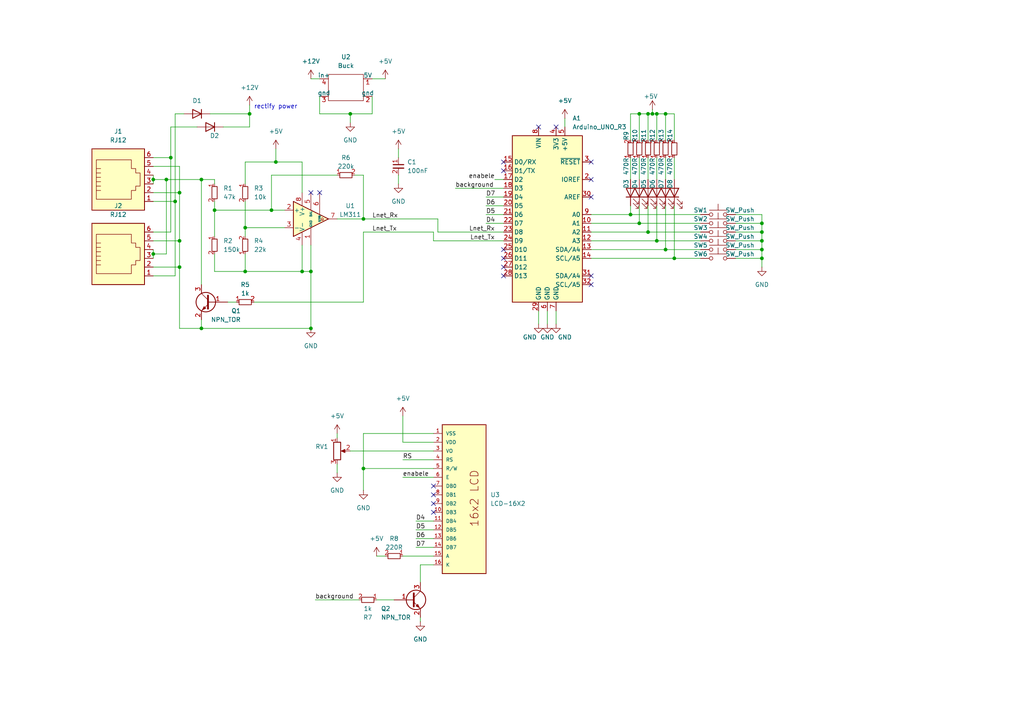
<source format=kicad_sch>
(kicad_sch (version 20231120) (generator "eeschema") (generator_version "8.0")
  (paper "A4")
  (lib_symbols
    (symbol "+5V_1" (power) (pin_numbers hide) (pin_names (offset 0) hide)
      (property "Value" "+5V" (at 0 3.556 0))
      (symbol "+5V_1_0_1"
        (polyline (pts (xy -0.762 1.27) (xy 0 2.54)))
        (polyline (pts (xy 0 0) (xy 0 2.54)))
        (polyline (pts (xy 0 2.54) (xy 0.762 1.27)))
      )
      (symbol "+5V_1_1_1"
        (pin power_in line (at 0 0 90) (length 0) (name "~") (number "1"))
      )
    )
    (symbol "+5V_2" (power) (pin_numbers hide) (pin_names (offset 0) hide)
      (property "Value" "+5V" (at 0 3.556 0))
      (symbol "+5V_2_0_1"
        (polyline (pts (xy -0.762 1.27) (xy 0 2.54)))
        (polyline (pts (xy 0 0) (xy 0 2.54)))
        (polyline (pts (xy 0 2.54) (xy 0.762 1.27)))
      )
      (symbol "+5V_2_1_1"
        (pin power_in line (at 0 0 90) (length 0) (name "~") (number "1"))
      )
    )
    (symbol "Comparator:LM311" (pin_names (offset 0.127))
      (property "Reference" "U" (at 3.81 6.35 0))
      (property "Value" "LM311" (at 3.81 3.81 0))
      (symbol "LM311_0_1"
        (polyline (pts (xy 5.08 0) (xy -5.08 5.08) (xy -5.08 -5.08) (xy 5.08 0)) (stroke (width 0.254)) (fill (type background)))
        (polyline (pts (xy 3.683 -0.381) (xy 3.302 -0.381) (xy 3.683 0) (xy 3.302 0.381) (xy 2.921 0) (xy 3.302 -0.381) (xy 2.921 -0.381)) (stroke (width 0.127)))
      )
      (symbol "LM311_1_1"
        (pin passive line (at 0 -7.62 90) (length 5.08) (name "GND") (number "1"))
        (pin input line (at -7.62 2.54 0) (length 2.54) (name "+") (number "2"))
        (pin input line (at -7.62 -2.54 0) (length 2.54) (name "-") (number "3"))
        (pin power_in line (at -2.54 -7.62 90) (length 3.81) (name "V-") (number "4"))
        (pin input line (at 0 7.62 270) (length 5.08) (name "BAL") (number "5"))
        (pin input line (at 2.54 7.62 270) (length 6.35) (name "STRB") (number "6"))
        (pin open_collector line (at 7.62 0 180) (length 2.54) (name "~") (number "7"))
        (pin power_in line (at -2.54 7.62 270) (length 3.81) (name "V+") (number "8"))
      )
    )
    (symbol "Device:LED" (pin_numbers hide) (pin_names (offset 1.016) hide)
      (property "Reference" "D" (at 0 2.54 0))
      (property "Value" "LED" (at 0 -2.54 0))
      (symbol "LED_0_1"
        (polyline (pts (xy -1.27 -1.27) (xy -1.27 1.27)) (stroke (width 0.254)))
        (polyline (pts (xy -1.27 0) (xy 1.27 0)))
        (polyline (pts (xy 1.27 -1.27) (xy 1.27 1.27) (xy -1.27 0) (xy 1.27 -1.27)) (stroke (width 0.254)))
        (polyline (pts (xy -3.048 -0.762) (xy -4.572 -2.286) (xy -3.81 -2.286) (xy -4.572 -2.286) (xy -4.572 -1.524)))
        (polyline (pts (xy -1.778 -0.762) (xy -3.302 -2.286) (xy -2.54 -2.286) (xy -3.302 -2.286) (xy -3.302 -1.524)))
      )
      (symbol "LED_1_1"
        (pin passive line (at -3.81 0 0) (length 2.54) (name "K") (number "1"))
        (pin passive line (at 3.81 0 180) (length 2.54) (name "A") (number "2"))
      )
    )
    (symbol "Device:R_Potentiometer" (pin_names (offset 1.016) hide)
      (property "Reference" "RV" (at -4.445 0 90))
      (property "Value" "R_Potentiometer" (at -2.54 0 90))
      (symbol "R_Potentiometer_0_1"
        (polyline (pts (xy 2.54 0) (xy 1.524 0)))
        (polyline (pts (xy 1.143 0) (xy 2.286 0.508) (xy 2.286 -0.508) (xy 1.143 0)) (fill (type outline)))
        (rectangle (start 1.016 2.54) (end -1.016 -2.54) (stroke (width 0.254)))
      )
      (symbol "R_Potentiometer_1_1"
        (pin passive line (at 0 3.81 270) (length 1.27) (name "1") (number "1"))
        (pin passive line (at 3.81 0 180) (length 1.27) (name "2") (number "2"))
        (pin passive line (at 0 -3.81 90) (length 1.27) (name "3") (number "3"))
      )
    )
    (symbol "Diode:SM4007" (pin_numbers hide) (pin_names hide)
      (property "Reference" "D" (at 0 2.54 0))
      (property "Value" "SM4007" (at 0 -2.54 0))
      (symbol "SM4007_0_1"
        (polyline (pts (xy -1.27 1.27) (xy -1.27 -1.27)) (stroke (width 0.254)))
        (polyline (pts (xy 1.27 0) (xy -1.27 0)))
        (polyline (pts (xy 1.27 1.27) (xy 1.27 -1.27) (xy -1.27 0) (xy 1.27 1.27)) (stroke (width 0.254)))
      )
      (symbol "SM4007_1_1"
        (pin passive line (at -3.81 0 0) (length 2.54) (name "K") (number "1"))
        (pin passive line (at 3.81 0 180) (length 2.54) (name "A") (number "2"))
      )
    )
    (symbol "GND_1" (power) (pin_numbers hide) (pin_names (offset 0) hide)
      (property "Value" "GND" (at 0 -3.81 0))
      (symbol "GND_1_0_1"
        (polyline (pts (xy 0 0) (xy 0 -1.27) (xy 1.27 -1.27) (xy 0 -2.54) (xy -1.27 -1.27) (xy 0 -1.27)))
      )
      (symbol "GND_1_1_1"
        (pin power_in line (at 0 0 270) (length 0) (name "~") (number "1"))
      )
    )
    (symbol "GND_2" (power) (pin_numbers hide) (pin_names (offset 0) hide)
      (property "Value" "GND" (at 0 -3.81 0))
      (symbol "GND_2_0_1"
        (polyline (pts (xy 0 0) (xy 0 -1.27) (xy 1.27 -1.27) (xy 0 -2.54) (xy -1.27 -1.27) (xy 0 -1.27)))
      )
      (symbol "GND_2_1_1"
        (pin power_in line (at 0 0 270) (length 0) (name "~") (number "1"))
      )
    )
    (symbol "GND_3" (power) (pin_numbers hide) (pin_names (offset 0) hide)
      (property "Value" "GND" (at 0 -3.81 0))
      (symbol "GND_3_0_1"
        (polyline (pts (xy 0 0) (xy 0 -1.27) (xy 1.27 -1.27) (xy 0 -2.54) (xy -1.27 -1.27) (xy 0 -1.27)))
      )
      (symbol "GND_3_1_1"
        (pin power_in line (at 0 0 270) (length 0) (name "~") (number "1"))
      )
    )
    (symbol "GND_4" (power) (pin_numbers hide) (pin_names (offset 0) hide)
      (property "Value" "GND" (at 0 -3.81 0))
      (symbol "GND_4_0_1"
        (polyline (pts (xy 0 0) (xy 0 -1.27) (xy 1.27 -1.27) (xy 0 -2.54) (xy -1.27 -1.27) (xy 0 -1.27)))
      )
      (symbol "GND_4_1_1"
        (pin power_in line (at 0 0 270) (length 0) (name "~") (number "1"))
      )
    )
    (symbol "LCD-16X2:LCD-16X2" (pin_names (offset 1.016))
      (property "Reference" "U" (at -7.62 23.368 0))
      (property "Value" "LCD-16X2" (at -7.62 -22.86 0))
      (symbol "LCD-16X2_0_0"
        (rectangle (start -7.62 -20.32) (end 5.08 22.86) (stroke (width 0.254)) (fill (type background)))
        (text "16x2 LCD" (at 3.048 -6.858 900) (effects (font (size 2.286 2.286)) (justify left bottom)))
        (pin power_in line (at -10.16 20.32 0) (length 2.54) (name "VSS") (number "1"))
        (pin bidirectional line (at -10.16 -2.54 0) (length 2.54) (name "DB3") (number "10"))
        (pin bidirectional line (at -10.16 -5.08 0) (length 2.54) (name "DB4") (number "11"))
        (pin bidirectional line (at -10.16 -7.62 0) (length 2.54) (name "DB5") (number "12"))
        (pin bidirectional line (at -10.16 -10.16 0) (length 2.54) (name "DB6") (number "13"))
        (pin bidirectional line (at -10.16 -12.7 0) (length 2.54) (name "DB7") (number "14"))
        (pin power_in line (at -10.16 -15.24 0) (length 2.54) (name "A") (number "15"))
        (pin power_in line (at -10.16 -17.78 0) (length 2.54) (name "K") (number "16"))
        (pin power_in line (at -10.16 17.78 0) (length 2.54) (name "VDD") (number "2"))
        (pin bidirectional line (at -10.16 15.24 0) (length 2.54) (name "VO") (number "3"))
        (pin input line (at -10.16 12.7 0) (length 2.54) (name "RS") (number "4"))
        (pin input line (at -10.16 10.16 0) (length 2.54) (name "R/W") (number "5"))
        (pin input line (at -10.16 7.62 0) (length 2.54) (name "E") (number "6"))
        (pin bidirectional line (at -10.16 5.08 0) (length 2.54) (name "DB0") (number "7"))
        (pin bidirectional line (at -10.16 2.54 0) (length 2.54) (name "DB1") (number "8"))
        (pin bidirectional line (at -10.16 0 0) (length 2.54) (name "DB2") (number "9"))
      )
    )
    (symbol "MCU_Module:Arduino_UNO_R3"
      (property "Reference" "A" (at -10.16 23.495 0))
      (property "Value" "Arduino_UNO_R3" (at 5.08 -26.67 0))
      (symbol "Arduino_UNO_R3_0_1"
        (rectangle (start -10.16 22.86) (end 10.16 -25.4) (stroke (width 0.254)) (fill (type background)))
      )
      (symbol "Arduino_UNO_R3_1_1"
        (pin no_connect line (at -10.16 -20.32 0) (length 2.54) hide (name "NC") (number "1"))
        (pin bidirectional line (at 12.7 -2.54 180) (length 2.54) (name "A1") (number "10"))
        (pin bidirectional line (at 12.7 -5.08 180) (length 2.54) (name "A2") (number "11"))
        (pin bidirectional line (at 12.7 -7.62 180) (length 2.54) (name "A3") (number "12"))
        (pin bidirectional line (at 12.7 -10.16 180) (length 2.54) (name "SDA/A4") (number "13"))
        (pin bidirectional line (at 12.7 -12.7 180) (length 2.54) (name "SCL/A5") (number "14"))
        (pin bidirectional line (at -12.7 15.24 0) (length 2.54) (name "D0/RX") (number "15"))
        (pin bidirectional line (at -12.7 12.7 0) (length 2.54) (name "D1/TX") (number "16"))
        (pin bidirectional line (at -12.7 10.16 0) (length 2.54) (name "D2") (number "17"))
        (pin bidirectional line (at -12.7 7.62 0) (length 2.54) (name "D3") (number "18"))
        (pin bidirectional line (at -12.7 5.08 0) (length 2.54) (name "D4") (number "19"))
        (pin output line (at 12.7 10.16 180) (length 2.54) (name "IOREF") (number "2"))
        (pin bidirectional line (at -12.7 2.54 0) (length 2.54) (name "D5") (number "20"))
        (pin bidirectional line (at -12.7 0 0) (length 2.54) (name "D6") (number "21"))
        (pin bidirectional line (at -12.7 -2.54 0) (length 2.54) (name "D7") (number "22"))
        (pin bidirectional line (at -12.7 -5.08 0) (length 2.54) (name "D8") (number "23"))
        (pin bidirectional line (at -12.7 -7.62 0) (length 2.54) (name "D9") (number "24"))
        (pin bidirectional line (at -12.7 -10.16 0) (length 2.54) (name "D10") (number "25"))
        (pin bidirectional line (at -12.7 -12.7 0) (length 2.54) (name "D11") (number "26"))
        (pin bidirectional line (at -12.7 -15.24 0) (length 2.54) (name "D12") (number "27"))
        (pin bidirectional line (at -12.7 -17.78 0) (length 2.54) (name "D13") (number "28"))
        (pin power_in line (at -2.54 -27.94 90) (length 2.54) (name "GND") (number "29"))
        (pin input line (at 12.7 15.24 180) (length 2.54) (name "~{RESET}") (number "3"))
        (pin input line (at 12.7 5.08 180) (length 2.54) (name "AREF") (number "30"))
        (pin bidirectional line (at 12.7 -17.78 180) (length 2.54) (name "SDA/A4") (number "31"))
        (pin bidirectional line (at 12.7 -20.32 180) (length 2.54) (name "SCL/A5") (number "32"))
        (pin power_out line (at 2.54 25.4 270) (length 2.54) (name "3V3") (number "4"))
        (pin power_out line (at 5.08 25.4 270) (length 2.54) (name "+5V") (number "5"))
        (pin power_in line (at 0 -27.94 90) (length 2.54) (name "GND") (number "6"))
        (pin power_in line (at 2.54 -27.94 90) (length 2.54) (name "GND") (number "7"))
        (pin power_in line (at -2.54 25.4 270) (length 2.54) (name "VIN") (number "8"))
        (pin bidirectional line (at 12.7 0 180) (length 2.54) (name "A0") (number "9"))
      )
    )
    (symbol "Switch:SW_Push" (pin_numbers hide) (pin_names (offset 1.016) hide)
      (property "Reference" "SW" (at 1.27 2.54 0))
      (property "Value" "SW_Push" (at 0 -1.524 0))
      (symbol "SW_Push_0_1"
        (circle (center -2.032 0) (radius 0.508))
        (polyline (pts (xy 0 1.27) (xy 0 3.048)))
        (polyline (pts (xy 2.54 1.27) (xy -2.54 1.27)))
        (circle (center 2.032 0) (radius 0.508))
        (pin passive line (at -5.08 0 0) (length 2.54) (name "1") (number "1"))
        (pin passive line (at 5.08 0 180) (length 2.54) (name "2") (number "2"))
      )
    )
    (symbol "capacitor_miscellaneous:C_0402_100nF"
      (property "Reference" "U" (at 1.27 2.54 0))
      (property "Value" "100nF" (at 3.81 -2.54 0))
      (property "JLCPCB Part#" "C307331" (at 0 0 0))
      (symbol "C_0402_100nF_0_1"
        (polyline (pts (xy -1.524 -0.508) (xy 1.524 -0.508)) (stroke (width 0.3302)))
        (polyline (pts (xy -1.524 0.508) (xy 1.524 0.508)) (stroke (width 0.3048)))
      )
      (symbol "C_0402_100nF_1_1"
        (pin passive line (at 0 2.54 270) (length 2.032) (name "~") (number "1"))
        (pin passive line (at 0 -2.54 90) (length 2.032) (name "~") (number "2"))
      )
    )
    (symbol "custom_kicad_lib_sk:Buck" (pin_names (offset 0))
      (property "Reference" "U" (at 0 1.27 0))
      (property "Value" "Buck" (at 0 -1.27 0))
      (symbol "Buck_0_1"
        (rectangle (start -5.08 3.81) (end 5.08 -3.81) (stroke (width 0.1524)))
      )
      (symbol "Buck_1_1"
        (pin power_out line (at -7.62 2.54 0) (length 2.54) (name "5V") (number "1"))
        (pin power_out line (at -7.62 -2.54 0) (length 2.54) (name "gnd") (number "2"))
        (pin power_out line (at 7.62 -2.54 180) (length 2.54) (name "gnd") (number "3"))
        (pin power_in line (at 7.62 2.54 180) (length 2.54) (name "in+") (number "4"))
      )
    )
    (symbol "custom_kicad_lib_sk:NPN_TOR" (pin_names (offset 0) hide)
      (property "Reference" "Q" (at 5.08 1.905 0))
      (property "Value" "NPN_TOR" (at 5.08 0 0))
      (symbol "NPN_TOR_0_1"
        (polyline (pts (xy 0.635 0.635) (xy 2.54 2.54)))
        (polyline (pts (xy 0.635 -0.635) (xy 2.54 -2.54) (xy 2.54 -2.54)))
        (polyline (pts (xy 0.635 1.905) (xy 0.635 -1.905) (xy 0.635 -1.905)) (stroke (width 0.508)))
        (polyline (pts (xy 1.27 -1.778) (xy 1.778 -1.27) (xy 2.286 -2.286) (xy 1.27 -1.778) (xy 1.27 -1.778)) (fill (type outline)))
        (circle (center 1.27 0) (radius 2.8194) (stroke (width 0.254)))
      )
      (symbol "NPN_TOR_1_1"
        (pin input line (at -5.08 0 0) (length 5.715) (name "B") (number "1"))
        (pin passive line (at 2.54 -5.08 90) (length 2.54) (name "E") (number "2"))
        (pin passive line (at 2.54 5.08 270) (length 2.54) (name "C") (number "3"))
      )
    )
    (symbol "custom_kicad_lib_sk:RJ12" (pin_names (offset 1.016))
      (property "Reference" "J" (at -5.08 11.43 0))
      (property "Value" "RJ12" (at 2.54 11.43 0))
      (symbol "RJ12_0_1"
        (polyline (pts (xy -6.35 -1.905) (xy -5.08 -1.905) (xy -5.08 -1.905)))
        (polyline (pts (xy -6.35 -0.635) (xy -5.08 -0.635) (xy -5.08 -0.635)))
        (polyline (pts (xy -6.35 0.635) (xy -5.08 0.635) (xy -5.08 0.635)))
        (polyline (pts (xy -6.35 1.905) (xy -5.08 1.905) (xy -5.08 1.905)))
        (polyline (pts (xy -6.35 3.175) (xy -5.08 3.175) (xy -5.08 3.175)))
        (polyline (pts (xy -5.08 4.445) (xy -6.35 4.445) (xy -6.35 4.445)))
        (polyline (pts (xy -6.35 -4.445) (xy -6.35 6.985) (xy 3.81 6.985) (xy 3.81 4.445) (xy 5.08 4.445) (xy 5.08 3.175) (xy 6.35 3.175) (xy 6.35 -0.635) (xy 5.08 -0.635) (xy 5.08 -1.905) (xy 3.81 -1.905) (xy 3.81 -4.445) (xy -6.35 -4.445) (xy -6.35 -4.445)))
        (rectangle (start 7.62 10.16) (end -7.62 -7.62) (stroke (width 0.254)) (fill (type background)))
      )
      (symbol "RJ12_1_1"
        (pin passive line (at 10.16 -5.08 180) (length 2.54) (name "~") (number "1"))
        (pin passive line (at 10.16 -2.54 180) (length 2.54) (name "~") (number "2"))
        (pin passive line (at 10.16 0 180) (length 2.54) (name "~") (number "3"))
        (pin passive line (at 10.16 2.54 180) (length 2.54) (name "~") (number "4"))
        (pin passive line (at 10.16 5.08 180) (length 2.54) (name "~") (number "5"))
        (pin passive line (at 10.16 7.62 180) (length 2.54) (name "~") (number "6"))
      )
    )
    (symbol "power:+12V" (power) (pin_names (offset 0))
      (property "Value" "+12V" (at 0 3.556 0))
      (symbol "+12V_0_1"
        (polyline (pts (xy -0.762 1.27) (xy 0 2.54)))
        (polyline (pts (xy 0 0) (xy 0 2.54)))
        (polyline (pts (xy 0 2.54) (xy 0.762 1.27)))
      )
      (symbol "+12V_1_1"
        (pin power_in line (at 0 0 90) (length 0) hide (name "+12V") (number "1"))
      )
    )
    (symbol "power:+5V" (power) (pin_names (offset 0))
      (property "Value" "+5V" (at 0 3.556 0))
      (symbol "+5V_0_1"
        (polyline (pts (xy -0.762 1.27) (xy 0 2.54)))
        (polyline (pts (xy 0 0) (xy 0 2.54)))
        (polyline (pts (xy 0 2.54) (xy 0.762 1.27)))
      )
      (symbol "+5V_1_1"
        (pin power_in line (at 0 0 90) (length 0) hide (name "+5V") (number "1"))
      )
    )
    (symbol "power:GND" (power) (pin_names (offset 0))
      (property "Value" "GND" (at 0 -3.81 0))
      (symbol "GND_0_1"
        (polyline (pts (xy 0 0) (xy 0 -1.27) (xy 1.27 -1.27) (xy 0 -2.54) (xy -1.27 -1.27) (xy 0 -1.27)))
      )
      (symbol "GND_1_1"
        (pin power_in line (at 0 0 270) (length 0) hide (name "GND") (number "1"))
      )
    )
    (symbol "resistors_0603:R_10k_0603"
      (property "Reference" "R" (at 1.27 2.54 0))
      (property "Value" "10k" (at 2.54 -2.54 0))
      (symbol "R_10k_0603_0_1"
        (rectangle (start -0.762 1.778) (end 0.762 -1.778) (stroke (width 0.2032)))
      )
      (symbol "R_10k_0603_1_1"
        (pin passive line (at 0 2.54 270) (length 0.762) (name "~") (number "1"))
        (pin passive line (at 0 -2.54 90) (length 0.762) (name "~") (number "2"))
      )
    )
    (symbol "resistors_0603:R_150k_0603"
      (property "Reference" "R" (at 1.27 2.54 0))
      (property "Value" "150k" (at 2.54 -2.54 0))
      (symbol "R_150k_0603_0_1"
        (rectangle (start -0.762 1.778) (end 0.762 -1.778) (stroke (width 0.2032)))
      )
      (symbol "R_150k_0603_1_1"
        (pin passive line (at 0 2.54 270) (length 0.762) (name "~") (number "1"))
        (pin passive line (at 0 -2.54 90) (length 0.762) (name "~") (number "2"))
      )
    )
    (symbol "resistors_0603:R_1k_0603"
      (property "Reference" "R" (at 1.27 2.54 0))
      (property "Value" "1k" (at 2.54 -2.54 0))
      (symbol "R_1k_0603_0_1"
        (rectangle (start -0.762 1.778) (end 0.762 -1.778) (stroke (width 0.2032)))
      )
      (symbol "R_1k_0603_1_1"
        (pin passive line (at 0 2.54 270) (length 0.762) (name "~") (number "1"))
        (pin passive line (at 0 -2.54 90) (length 0.762) (name "~") (number "2"))
      )
    )
    (symbol "resistors_0603:R_220k_0603"
      (property "Reference" "R" (at 1.27 2.54 0))
      (property "Value" "220k" (at 2.54 -2.54 0))
      (symbol "R_220k_0603_0_1"
        (rectangle (start -0.762 1.778) (end 0.762 -1.778) (stroke (width 0.2032)))
      )
      (symbol "R_220k_0603_1_1"
        (pin passive line (at 0 2.54 270) (length 0.762) (name "~") (number "1"))
        (pin passive line (at 0 -2.54 90) (length 0.762) (name "~") (number "2"))
      )
    )
    (symbol "resistors_0603:R_22k_0603"
      (property "Reference" "R" (at 1.27 2.54 0))
      (property "Value" "22k" (at 2.54 -2.54 0))
      (symbol "R_22k_0603_0_1"
        (rectangle (start -0.762 1.778) (end 0.762 -1.778) (stroke (width 0.2032)))
      )
      (symbol "R_22k_0603_1_1"
        (pin passive line (at 0 2.54 270) (length 0.762) (name "~") (number "1"))
        (pin passive line (at 0 -2.54 90) (length 0.762) (name "~") (number "2"))
      )
    )
    (symbol "resistors_0603:R_47k_0603"
      (property "Reference" "R" (at 1.27 2.54 0))
      (property "Value" "47k" (at 2.54 -2.54 0))
      (symbol "R_47k_0603_0_1"
        (rectangle (start -0.762 1.778) (end 0.762 -1.778) (stroke (width 0.2032)))
      )
      (symbol "R_47k_0603_1_1"
        (pin passive line (at 0 2.54 270) (length 0.762) (name "~") (number "1"))
        (pin passive line (at 0 -2.54 90) (length 0.762) (name "~") (number "2"))
      )
    )
    (symbol "resistors_0805:R_470R_0805"
      (property "Reference" "R" (at 1.27 2.54 0))
      (property "Value" "470R" (at 2.54 -2.54 0))
      (symbol "R_470R_0805_0_1"
        (rectangle (start -0.762 1.778) (end 0.762 -1.778) (stroke (width 0.2032)))
      )
      (symbol "R_470R_0805_1_1"
        (pin passive line (at 0 2.54 270) (length 0.762) (name "~") (number "1"))
        (pin passive line (at 0 -2.54 90) (length 0.762) (name "~") (number "2"))
      )
    )
  )
  (junction (at 195.58 74.93))
  (junction (at 52.07 55.88))
  (junction (at 87.63 78.74))
  (junction (at 80.01 46.99))
  (junction (at 220.98 74.93))
  (junction (at 190.5 33.02))
  (junction (at 190.5 69.85))
  (junction (at 187.96 67.31))
  (junction (at 187.96 33.02))
  (junction (at 185.42 64.77))
  (junction (at 58.42 52.07))
  (junction (at 44.45 73.66))
  (junction (at 78.74 60.96))
  (junction (at 50.8 58.42))
  (junction (at 105.41 63.5))
  (junction (at 193.04 33.02))
  (junction (at 72.39 33.02))
  (junction (at 220.98 69.85))
  (junction (at 71.12 78.74))
  (junction (at 52.07 77.47))
  (junction (at 90.17 95.25))
  (junction (at 49.53 45.72))
  (junction (at 220.98 72.39))
  (junction (at 193.04 72.39))
  (junction (at 48.26 52.07))
  (junction (at 182.88 62.23))
  (junction (at 52.07 69.85))
  (junction (at 220.98 67.31))
  (junction (at 71.12 66.04))
  (junction (at 90.17 78.74))
  (junction (at 105.41 135.89))
  (junction (at 189.23 33.02))
  (junction (at 101.6 33.02))
  (junction (at 185.42 33.02))
  (junction (at 44.45 52.07))
  (junction (at 62.23 60.96))
  (junction (at 58.42 95.25))
  (junction (at 220.98 64.77))
  (no_connect (at 125.73 143.51))
  (no_connect (at 171.45 52.07))
  (no_connect (at 146.05 74.93))
  (no_connect (at 92.71 55.88))
  (no_connect (at 171.45 80.01))
  (no_connect (at 161.29 36.83))
  (no_connect (at 90.17 55.88))
  (no_connect (at 146.05 46.99))
  (no_connect (at 171.45 46.99))
  (no_connect (at 171.45 57.15))
  (no_connect (at 146.05 80.01))
  (no_connect (at 125.73 140.97))
  (no_connect (at 146.05 77.47))
  (no_connect (at 125.73 148.59))
  (no_connect (at 156.21 36.83))
  (no_connect (at 171.45 82.55))
  (no_connect (at 146.05 72.39))
  (no_connect (at 125.73 146.05))
  (no_connect (at 146.05 49.53))
  (wire (pts (xy 140.97 62.23) (xy 146.05 62.23)))
  (wire (pts (xy 140.97 64.77) (xy 146.05 64.77)))
  (wire (pts (xy 121.92 168.91) (xy 121.92 163.83)))
  (wire (pts (xy 190.5 59.69) (xy 190.5 69.85)))
  (wire (pts (xy 90.17 78.74) (xy 90.17 95.25)))
  (wire (pts (xy 190.5 40.64) (xy 190.5 33.02)))
  (wire (pts (xy 97.79 125.73) (xy 97.79 127)))
  (wire (pts (xy 185.42 64.77) (xy 203.2 64.77)))
  (wire (pts (xy 44.45 77.47) (xy 52.07 77.47)))
  (wire (pts (xy 62.23 78.74) (xy 71.12 78.74)))
  (wire (pts (xy 62.23 60.96) (xy 78.74 60.96)))
  (wire (pts (xy 121.92 179.07) (xy 121.92 180.34)))
  (wire (pts (xy 52.07 55.88) (xy 52.07 48.26)))
  (wire (pts (xy 71.12 66.04) (xy 71.12 68.58)))
  (wire (pts (xy 182.88 59.69) (xy 182.88 62.23)))
  (wire (pts (xy 71.12 78.74) (xy 87.63 78.74)))
  (wire (pts (xy 105.41 50.8) (xy 102.87 50.8)))
  (wire (pts (xy 220.98 64.77) (xy 220.98 67.31)))
  (wire (pts (xy 220.98 74.93) (xy 220.98 77.47)))
  (wire (pts (xy 71.12 46.99) (xy 71.12 53.34)))
  (wire (pts (xy 120.65 151.13) (xy 125.73 151.13)))
  (wire (pts (xy 105.41 125.73) (xy 105.41 135.89)))
  (wire (pts (xy 140.97 57.15) (xy 146.05 57.15)))
  (wire (pts (xy 213.36 67.31) (xy 220.98 67.31)))
  (wire (pts (xy 107.95 33.02) (xy 107.95 27.94)))
  (wire (pts (xy 44.45 73.66) (xy 48.26 73.66)))
  (wire (pts (xy 195.58 59.69) (xy 195.58 74.93)))
  (wire (pts (xy 105.41 135.89) (xy 125.73 135.89)))
  (wire (pts (xy 73.66 87.63) (xy 105.41 87.63)))
  (wire (pts (xy 87.63 55.88) (xy 87.63 46.99)))
  (wire (pts (xy 82.55 60.96) (xy 78.74 60.96)))
  (wire (pts (xy 91.44 173.99) (xy 104.14 173.99)))
  (wire (pts (xy 58.42 52.07) (xy 62.23 52.07)))
  (wire (pts (xy 87.63 78.74) (xy 87.63 71.12)))
  (wire (pts (xy 105.41 125.73) (xy 125.73 125.73)))
  (wire (pts (xy 116.84 138.43) (xy 125.73 138.43)))
  (wire (pts (xy 185.42 52.07) (xy 185.42 45.72)))
  (wire (pts (xy 58.42 95.25) (xy 90.17 95.25)))
  (wire (pts (xy 182.88 33.02) (xy 185.42 33.02)))
  (wire (pts (xy 62.23 58.42) (xy 62.23 60.96)))
  (wire (pts (xy 78.74 60.96) (xy 78.74 50.8)))
  (wire (pts (xy 44.45 52.07) (xy 44.45 53.34)))
  (wire (pts (xy 120.65 158.75) (xy 125.73 158.75)))
  (wire (pts (xy 171.45 69.85) (xy 190.5 69.85)))
  (wire (pts (xy 127 67.31) (xy 146.05 67.31)))
  (wire (pts (xy 78.74 50.8) (xy 97.79 50.8)))
  (wire (pts (xy 92.71 27.94) (xy 92.71 33.02)))
  (wire (pts (xy 80.01 43.18) (xy 80.01 46.99)))
  (wire (pts (xy 163.83 34.29) (xy 163.83 36.83)))
  (wire (pts (xy 52.07 55.88) (xy 52.07 69.85)))
  (wire (pts (xy 101.6 130.81) (xy 125.73 130.81)))
  (wire (pts (xy 213.36 72.39) (xy 220.98 72.39)))
  (wire (pts (xy 182.88 40.64) (xy 182.88 33.02)))
  (wire (pts (xy 48.26 52.07) (xy 58.42 52.07)))
  (wire (pts (xy 49.53 36.83) (xy 57.15 36.83)))
  (wire (pts (xy 120.65 156.21) (xy 125.73 156.21)))
  (wire (pts (xy 116.84 120.65) (xy 116.84 128.27)))
  (wire (pts (xy 105.41 67.31) (xy 105.41 87.63)))
  (wire (pts (xy 171.45 72.39) (xy 193.04 72.39)))
  (wire (pts (xy 143.51 52.07) (xy 146.05 52.07)))
  (wire (pts (xy 44.45 58.42) (xy 50.8 58.42)))
  (wire (pts (xy 60.96 33.02) (xy 72.39 33.02)))
  (wire (pts (xy 97.79 134.62) (xy 97.79 137.16)))
  (wire (pts (xy 52.07 77.47) (xy 52.07 95.25)))
  (wire (pts (xy 62.23 52.07) (xy 62.23 53.34)))
  (wire (pts (xy 187.96 40.64) (xy 187.96 33.02)))
  (wire (pts (xy 213.36 64.77) (xy 220.98 64.77)))
  (wire (pts (xy 189.23 33.02) (xy 190.5 33.02)))
  (wire (pts (xy 171.45 62.23) (xy 182.88 62.23)))
  (wire (pts (xy 50.8 33.02) (xy 53.34 33.02)))
  (wire (pts (xy 189.23 31.75) (xy 189.23 33.02)))
  (wire (pts (xy 72.39 33.02) (xy 72.39 36.83)))
  (wire (pts (xy 115.57 43.18) (xy 115.57 45.72)))
  (wire (pts (xy 195.58 74.93) (xy 203.2 74.93)))
  (wire (pts (xy 125.73 69.85) (xy 146.05 69.85)))
  (wire (pts (xy 185.42 40.64) (xy 185.42 33.02)))
  (wire (pts (xy 49.53 36.83) (xy 49.53 45.72)))
  (wire (pts (xy 187.96 59.69) (xy 187.96 67.31)))
  (wire (pts (xy 101.6 33.02) (xy 101.6 35.56)))
  (wire (pts (xy 109.22 161.29) (xy 111.76 161.29)))
  (wire (pts (xy 97.79 63.5) (xy 105.41 63.5)))
  (wire (pts (xy 107.95 22.86) (xy 111.76 22.86)))
  (wire (pts (xy 44.45 73.66) (xy 44.45 74.93)))
  (wire (pts (xy 71.12 46.99) (xy 80.01 46.99)))
  (wire (pts (xy 171.45 74.93) (xy 195.58 74.93)))
  (wire (pts (xy 44.45 55.88) (xy 52.07 55.88)))
  (wire (pts (xy 105.41 63.5) (xy 127 63.5)))
  (wire (pts (xy 71.12 58.42) (xy 71.12 66.04)))
  (wire (pts (xy 190.5 33.02) (xy 193.04 33.02)))
  (wire (pts (xy 193.04 40.64) (xy 193.04 33.02)))
  (wire (pts (xy 116.84 133.35) (xy 125.73 133.35)))
  (wire (pts (xy 72.39 36.83) (xy 64.77 36.83)))
  (wire (pts (xy 190.5 52.07) (xy 190.5 45.72)))
  (wire (pts (xy 193.04 72.39) (xy 203.2 72.39)))
  (wire (pts (xy 52.07 77.47) (xy 52.07 69.85)))
  (wire (pts (xy 90.17 22.86) (xy 92.71 22.86)))
  (wire (pts (xy 140.97 59.69) (xy 146.05 59.69)))
  (wire (pts (xy 101.6 33.02) (xy 107.95 33.02)))
  (wire (pts (xy 52.07 95.25) (xy 58.42 95.25)))
  (wire (pts (xy 72.39 30.48) (xy 72.39 33.02)))
  (wire (pts (xy 161.29 93.98) (xy 161.29 90.17)))
  (wire (pts (xy 125.73 69.85) (xy 125.73 67.31)))
  (wire (pts (xy 44.45 72.39) (xy 44.45 73.66)))
  (wire (pts (xy 193.04 52.07) (xy 193.04 45.72)))
  (wire (pts (xy 116.84 128.27) (xy 125.73 128.27)))
  (wire (pts (xy 182.88 62.23) (xy 203.2 62.23)))
  (wire (pts (xy 156.21 93.98) (xy 156.21 90.17)))
  (wire (pts (xy 87.63 78.74) (xy 90.17 78.74)))
  (wire (pts (xy 158.75 93.98) (xy 158.75 90.17)))
  (wire (pts (xy 87.63 46.99) (xy 80.01 46.99)))
  (wire (pts (xy 187.96 52.07) (xy 187.96 45.72)))
  (wire (pts (xy 182.88 52.07) (xy 182.88 45.72)))
  (wire (pts (xy 44.45 50.8) (xy 44.45 52.07)))
  (wire (pts (xy 213.36 62.23) (xy 220.98 62.23)))
  (wire (pts (xy 132.08 54.61) (xy 146.05 54.61)))
  (wire (pts (xy 220.98 67.31) (xy 220.98 69.85)))
  (wire (pts (xy 44.45 45.72) (xy 49.53 45.72)))
  (wire (pts (xy 71.12 78.74) (xy 71.12 73.66)))
  (wire (pts (xy 220.98 72.39) (xy 220.98 74.93)))
  (wire (pts (xy 213.36 69.85) (xy 220.98 69.85)))
  (wire (pts (xy 90.17 78.74) (xy 90.17 71.12)))
  (wire (pts (xy 105.41 50.8) (xy 105.41 63.5)))
  (wire (pts (xy 171.45 64.77) (xy 185.42 64.77)))
  (wire (pts (xy 193.04 59.69) (xy 193.04 72.39)))
  (wire (pts (xy 121.92 163.83) (xy 125.73 163.83)))
  (wire (pts (xy 58.42 52.07) (xy 58.42 82.55)))
  (wire (pts (xy 220.98 62.23) (xy 220.98 64.77)))
  (wire (pts (xy 127 63.5) (xy 127 67.31)))
  (wire (pts (xy 187.96 33.02) (xy 189.23 33.02)))
  (wire (pts (xy 48.26 52.07) (xy 48.26 73.66)))
  (wire (pts (xy 44.45 52.07) (xy 48.26 52.07)))
  (wire (pts (xy 105.41 67.31) (xy 125.73 67.31)))
  (wire (pts (xy 109.22 173.99) (xy 114.3 173.99)))
  (wire (pts (xy 213.36 74.93) (xy 220.98 74.93)))
  (wire (pts (xy 120.65 153.67) (xy 125.73 153.67)))
  (wire (pts (xy 220.98 69.85) (xy 220.98 72.39)))
  (wire (pts (xy 50.8 33.02) (xy 50.8 58.42)))
  (wire (pts (xy 116.84 161.29) (xy 125.73 161.29)))
  (wire (pts (xy 44.45 80.01) (xy 50.8 80.01)))
  (wire (pts (xy 105.41 135.89) (xy 105.41 142.24)))
  (wire (pts (xy 195.58 52.07) (xy 195.58 45.72)))
  (wire (pts (xy 71.12 66.04) (xy 82.55 66.04)))
  (wire (pts (xy 44.45 67.31) (xy 49.53 67.31)))
  (wire (pts (xy 193.04 33.02) (xy 195.58 33.02)))
  (wire (pts (xy 92.71 33.02) (xy 101.6 33.02)))
  (wire (pts (xy 50.8 58.42) (xy 50.8 80.01)))
  (wire (pts (xy 185.42 33.02) (xy 187.96 33.02)))
  (wire (pts (xy 195.58 40.64) (xy 195.58 33.02)))
  (wire (pts (xy 115.57 50.8) (xy 115.57 53.34)))
  (wire (pts (xy 185.42 59.69) (xy 185.42 64.77)))
  (wire (pts (xy 49.53 45.72) (xy 49.53 67.31)))
  (wire (pts (xy 44.45 69.85) (xy 52.07 69.85)))
  (wire (pts (xy 171.45 67.31) (xy 187.96 67.31)))
  (wire (pts (xy 62.23 60.96) (xy 62.23 68.58)))
  (wire (pts (xy 187.96 67.31) (xy 203.2 67.31)))
  (wire (pts (xy 62.23 73.66) (xy 62.23 78.74)))
  (wire (pts (xy 58.42 92.71) (xy 58.42 95.25)))
  (wire (pts (xy 66.04 87.63) (xy 68.58 87.63)))
  (wire (pts (xy 190.5 69.85) (xy 203.2 69.85)))
  (wire (pts (xy 52.07 48.26) (xy 44.45 48.26)))
  (text "rectify power" (at 73.66 31.75 0) (effects (font (size 1.27 1.27)) (justify left bottom)))
  (label "D4" (at 120.65 151.13 0))
  (label "D6" (at 140.97 59.69 0))
  (label "background" (at 132.08 54.61 0))
  (label "D7" (at 140.97 57.15 0))
  (label "Lnet_Tx" (at 107.95 67.31 0))
  (label "background" (at 91.44 173.99 0))
  (label "Lnet_Rx" (at 143.51 67.31 180))
  (label "Lnet_Rx" (at 107.95 63.5 0))
  (label "D5" (at 120.65 153.67 0))
  (label "RS" (at 116.84 133.35 0))
  (label "enabele" (at 116.84 138.43 0))
  (label "D4" (at 140.97 64.77 0))
  (label "D5" (at 140.97 62.23 0))
  (label "Lnet_Tx" (at 143.51 69.85 180))
  (label "enabele" (at 143.51 52.07 180))
  (label "D7" (at 120.65 158.75 0))
  (label "D6" (at 120.65 156.21 0))
  (symbol (lib_id "resistors_0603:R_22k_0603") (at 71.12 71.12 180) (unit 1)
    (property "Reference" "R4" (at 73.66 69.85 0) (effects (justify right)))
    (property "Value" "22k" (at 73.66 72.39 0) (effects (justify right)))
    (property "Footprint" "Resistor_THT:R_Axial_DIN0204_L3.6mm_D1.6mm_P7.62mm_Horizontal" (effects (hide yes)))
    (property "JLCPCB Part#" "C31850" (effects (hide yes)))
  )
  (symbol (lib_id "resistors_0805:R_470R_0805") (at 182.88 43.18 180) (unit 1)
    (property "Reference" "R9" (at 181.61 39.37 90))
    (property "Value" "470R" (at 181.61 48.26 90))
    (property "Footprint" "custom_kicad_lib_sk:R_0805_handsolder-smalltext" (effects (hide yes)))
    (property "JLCPCB Part#" "C17710" (effects (hide yes)))
  )
  (symbol (lib_id "resistors_0603:R_1k_0603") (at 114.3 161.29 270) (unit 1)
    (property "Reference" "R8" (at 114.3 156.21 90))
    (property "Value" "220R" (at 114.3 158.75 90))
    (property "Footprint" "Resistor_THT:R_Axial_DIN0204_L3.6mm_D1.6mm_P7.62mm_Horizontal" (effects (hide yes)))
    (property "JLCPCB Part#" "C21190" (effects (hide yes)))
  )
  (symbol (lib_id "resistors_0603:R_1k_0603") (at 106.68 173.99 270) (unit 1)
    (property "Reference" "R7" (at 106.68 179.07 90))
    (property "Value" "1k" (at 106.68 176.53 90))
    (property "Footprint" "Resistor_THT:R_Axial_DIN0204_L3.6mm_D1.6mm_P7.62mm_Horizontal" (effects (hide yes)))
    (property "JLCPCB Part#" "C21190" (effects (hide yes)))
  )
  (symbol (lib_id "Device:LED") (at 187.96 55.88 90) (unit 1)
    (property "Reference" "D5" (at 186.69 53.34 0))
    (property "Value" "LED" (effects (hide yes)))
    (property "Footprint" "LED_THT:LED_D3.0mm" (effects (hide yes)))
    (property "Description" "Light emitting diode" (effects (hide yes)))
  )
  (symbol (lib_id "Device:LED") (at 185.42 55.88 90) (unit 1)
    (property "Reference" "D4" (at 184.15 53.34 0))
    (property "Value" "LED" (effects (hide yes)))
    (property "Footprint" "LED_THT:LED_D3.0mm" (effects (hide yes)))
    (property "Description" "Light emitting diode" (effects (hide yes)))
  )
  (symbol (lib_id "Switch:SW_Push") (at 208.28 67.31 0) (unit 1)
    (property "Reference" "SW3" (at 203.2 66.04 0))
    (property "Value" "SW_Push" (at 214.63 66.04 0))
    (property "Footprint" "Button_Switch_THT:SW_PUSH_6mm_H4.3mm" (effects (hide yes)))
    (property "Description" "Push button switch, generic, two pins" (effects (hide yes)))
  )
  (symbol (lib_id "power:+5V") (at 80.01 43.18 0) (unit 1)
    (property "Reference" "#PWR02" (effects (hide yes)))
    (property "Value" "+5V" (at 80.01 38.1 0))
  )
  (symbol (lib_name "GND_2") (lib_id "power:GND") (at 105.41 142.24 0) (unit 1)
    (property "Reference" "#PWR014" (effects (hide yes)))
    (property "Value" "GND" (at 105.41 147.32 0))
    (property "Description" "Power symbol creates a global label with name \"GND\" , ground" (effects (hide yes)))
  )
  (symbol (lib_id "LCD-16X2:LCD-16X2") (at 135.89 146.05 0) (unit 1)
    (property "Reference" "U3" (at 142.24 143.5099 0) (effects (justify left)))
    (property "Value" "LCD-16X2" (at 142.24 146.0499 0) (effects (justify left)))
    (property "Footprint" "custom_kicad_lib_sk:LCD-16X2_NOSILK" (effects (hide yes)))
  )
  (symbol (lib_id "Switch:SW_Push") (at 208.28 69.85 0) (unit 1)
    (property "Reference" "SW4" (at 203.2 68.58 0))
    (property "Value" "SW_Push" (at 214.63 68.58 0))
    (property "Footprint" "Button_Switch_THT:SW_PUSH_6mm_H4.3mm" (effects (hide yes)))
    (property "Description" "Push button switch, generic, two pins" (effects (hide yes)))
  )
  (symbol (lib_id "Switch:SW_Push") (at 208.28 62.23 0) (unit 1)
    (property "Reference" "SW1" (at 203.2 60.96 0))
    (property "Value" "SW_Push" (at 214.63 60.96 0))
    (property "Footprint" "Button_Switch_THT:SW_PUSH_6mm_H4.3mm" (effects (hide yes)))
    (property "Description" "Push button switch, generic, two pins" (effects (hide yes)))
  )
  (symbol (lib_name "+5V_1") (lib_id "power:+5V") (at 111.76 22.86 0) (unit 1)
    (property "Reference" "#PWR06" (effects (hide yes)))
    (property "Value" "+5V" (at 111.76 17.78 0))
    (property "Description" "Power symbol creates a global label with name \"+5V\"" (effects (hide yes)))
  )
  (symbol (lib_id "resistors_0603:R_10k_0603") (at 71.12 55.88 0) (unit 1)
    (property "Reference" "R3" (at 73.66 54.61 0) (effects (justify left)))
    (property "Value" "10k" (at 73.66 57.15 0) (effects (justify left)))
    (property "Footprint" "Resistor_THT:R_Axial_DIN0204_L3.6mm_D1.6mm_P7.62mm_Horizontal" (effects (hide yes)))
    (property "JLCPCB Part#" "C25804" (effects (hide yes)))
  )
  (symbol (lib_id "Device:LED") (at 193.04 55.88 90) (unit 1)
    (property "Reference" "D7" (at 191.77 53.34 0))
    (property "Value" "LED" (effects (hide yes)))
    (property "Footprint" "LED_THT:LED_D3.0mm" (effects (hide yes)))
    (property "Description" "Light emitting diode" (effects (hide yes)))
  )
  (symbol (lib_id "Diode:SM4007") (at 57.15 33.02 180) (unit 1)
    (property "Reference" "D1" (at 57.15 29.21 0))
    (property "Value" "SM4007" (effects (hide yes)))
    (property "Footprint" "Diode_THT:D_T-1_P5.08mm_Horizontal" (effects (hide yes)))
    (property "Datasheet" "http://cdn-reichelt.de/documents/datenblatt/A400/SMD1N400%23DIO.pdf" (effects (hide yes)))
    (property "Sim.Device" "D" (effects (hide yes)))
    (property "Sim.Pins" "1=K 2=A" (effects (hide yes)))
    (property "JLCPCB Part#" "C64898" (effects (hide yes)))
  )
  (symbol (lib_id "custom_kicad_lib_sk:RJ12") (at 34.29 53.34 0) (unit 1)
    (property "Reference" "J1" (at 34.29 38.1 0))
    (property "Value" "RJ12" (at 34.29 40.64 0))
    (property "Footprint" "custom_kicad_lib_sk:RJ12" (effects (hide yes)))
  )
  (symbol (lib_id "Comparator:LM311") (at 90.17 63.5 0) (unit 1)
    (property "Reference" "U1" (at 101.6 59.69 0))
    (property "Value" "LM311" (at 101.6 62.23 0))
    (property "Footprint" "Package_DIP:DIP-8_W7.62mm" (effects (hide yes)))
    (property "Datasheet" "https://www.st.com/resource/en/datasheet/lm311.pdf" (effects (hide yes)))
    (property "JLCPCB Part#" "C434495" (effects (hide yes)))
  )
  (symbol (lib_id "power:GND") (at 115.57 53.34 0) (unit 1)
    (property "Reference" "#PWR08" (effects (hide yes)))
    (property "Value" "GND" (at 115.57 58.42 0))
  )
  (symbol (lib_id "power:GND") (at 90.17 95.25 0) (unit 1)
    (property "Reference" "#PWR04" (effects (hide yes)))
    (property "Value" "GND" (at 90.17 100.33 0))
  )
  (symbol (lib_id "resistors_0805:R_470R_0805") (at 190.5 43.18 180) (unit 1)
    (property "Reference" "R12" (at 189.23 39.37 90))
    (property "Value" "470R" (at 189.23 48.26 90))
    (property "Footprint" "custom_kicad_lib_sk:R_0805_handsolder-smalltext" (effects (hide yes)))
    (property "JLCPCB Part#" "C17710" (effects (hide yes)))
  )
  (symbol (lib_name "GND_4") (lib_id "power:GND") (at 101.6 35.56 0) (unit 1)
    (property "Reference" "#PWR05" (effects (hide yes)))
    (property "Value" "GND" (at 101.6 40.64 0))
    (property "Description" "Power symbol creates a global label with name \"GND\" , ground" (effects (hide yes)))
  )
  (symbol (lib_id "custom_kicad_lib_sk:NPN_TOR") (at 119.38 173.99 0) (unit 1)
    (property "Reference" "Q2" (at 110.49 176.53 0) (effects (justify left)))
    (property "Value" "NPN_TOR" (at 110.49 179.07 0) (effects (justify left)))
    (property "Footprint" "Package_TO_SOT_THT:TO-92_Horizontal1" (effects (hide yes)))
    (property "JLCPCB Part#" "C2145" (effects (hide yes)))
  )
  (symbol (lib_id "resistors_0805:R_470R_0805") (at 185.42 43.18 180) (unit 1)
    (property "Reference" "R10" (at 184.15 39.37 90))
    (property "Value" "470R" (at 184.15 48.26 90))
    (property "Footprint" "custom_kicad_lib_sk:R_0805_handsolder-smalltext" (effects (hide yes)))
    (property "JLCPCB Part#" "C17710" (effects (hide yes)))
  )
  (symbol (lib_id "power:+5V") (at 97.79 125.73 0) (unit 1)
    (property "Reference" "#PWR018" (effects (hide yes)))
    (property "Value" "+5V" (at 97.79 120.65 0))
  )
  (symbol (lib_id "custom_kicad_lib_sk:Buck") (at 100.33 25.4 0) (mirror y) (unit 1)
    (property "Reference" "U2" (at 100.33 16.51 0))
    (property "Value" "Buck" (at 100.33 19.05 0))
    (property "Footprint" "custom_kicad_lib_sk:Buck" (effects (hide yes)))
  )
  (symbol (lib_id "resistors_0603:R_1k_0603") (at 71.12 87.63 90) (unit 1)
    (property "Reference" "R5" (at 71.12 82.55 90))
    (property "Value" "1k" (at 71.12 85.09 90))
    (property "Footprint" "Resistor_THT:R_Axial_DIN0204_L3.6mm_D1.6mm_P7.62mm_Horizontal" (effects (hide yes)))
    (property "JLCPCB Part#" "C21190" (effects (hide yes)))
  )
  (symbol (lib_id "custom_kicad_lib_sk:NPN_TOR") (at 60.96 87.63 0) (mirror y) (unit 1)
    (property "Reference" "Q1" (at 69.85 90.17 0) (effects (justify left)))
    (property "Value" "NPN_TOR" (at 69.85 92.71 0) (effects (justify left)))
    (property "Footprint" "Package_TO_SOT_THT:TO-92_Horizontal1" (effects (hide yes)))
    (property "JLCPCB Part#" "C2145" (effects (hide yes)))
  )
  (symbol (lib_id "Switch:SW_Push") (at 208.28 64.77 0) (unit 1)
    (property "Reference" "SW2" (at 203.2 63.5 0))
    (property "Value" "SW_Push" (at 214.63 63.5 0))
    (property "Footprint" "Button_Switch_THT:SW_PUSH_6mm_H4.3mm" (effects (hide yes)))
    (property "Description" "Push button switch, generic, two pins" (effects (hide yes)))
  )
  (symbol (lib_id "resistors_0805:R_470R_0805") (at 195.58 43.18 180) (unit 1)
    (property "Reference" "R14" (at 194.31 39.37 90))
    (property "Value" "470R" (at 194.31 48.26 90))
    (property "Footprint" "custom_kicad_lib_sk:R_0805_handsolder-smalltext" (effects (hide yes)))
    (property "JLCPCB Part#" "C17710" (effects (hide yes)))
  )
  (symbol (lib_name "+5V_1") (lib_id "power:+5V") (at 163.83 34.29 0) (unit 1)
    (property "Reference" "#PWR012" (effects (hide yes)))
    (property "Value" "+5V" (at 163.83 29.21 0))
    (property "Description" "Power symbol creates a global label with name \"+5V\"" (effects (hide yes)))
  )
  (symbol (lib_id "resistors_0805:R_470R_0805") (at 193.04 43.18 180) (unit 1)
    (property "Reference" "R13" (at 191.77 39.37 90))
    (property "Value" "470R" (at 191.77 48.26 90))
    (property "Footprint" "custom_kicad_lib_sk:R_0805_handsolder-smalltext" (effects (hide yes)))
    (property "JLCPCB Part#" "C17710" (effects (hide yes)))
  )
  (symbol (lib_id "MCU_Module:Arduino_UNO_R3") (at 158.75 62.23 0) (unit 1)
    (property "Reference" "A1" (at 166.0241 34.29 0) (effects (justify left)))
    (property "Value" "Arduino_UNO_R3" (at 166.0241 36.83 0) (effects (justify left)))
    (property "Footprint" "Module:Arduino_UNO_R3" (effects (hide yes)))
    (property "Datasheet" "https://www.arduino.cc/en/Main/arduinoBoardUno" (effects (hide yes)))
    (property "Description" "Arduino UNO Microcontroller Module, release 3" (effects (hide yes)))
  )
  (symbol (lib_id "resistors_0603:R_150k_0603") (at 62.23 71.12 0) (unit 1)
    (property "Reference" "R2" (at 64.77 69.85 0) (effects (justify left)))
    (property "Value" "150k" (at 64.77 72.39 0) (effects (justify left)))
    (property "Footprint" "Resistor_THT:R_Axial_DIN0204_L3.6mm_D1.6mm_P7.62mm_Horizontal" (effects (hide yes)))
    (property "JLCPCB Part#" "C22807" (effects (hide yes)))
  )
  (symbol (lib_id "resistors_0603:R_220k_0603") (at 100.33 50.8 90) (unit 1)
    (property "Reference" "R6" (at 100.33 45.72 90))
    (property "Value" "220k" (at 100.33 48.26 90))
    (property "Footprint" "Resistor_THT:R_Axial_DIN0204_L3.6mm_D1.6mm_P7.62mm_Horizontal" (effects (hide yes)))
    (property "JLCPCB Part#" "C22961" (effects (hide yes)))
  )
  (symbol (lib_id "Device:LED") (at 190.5 55.88 90) (unit 1)
    (property "Reference" "D6" (at 189.23 53.34 0))
    (property "Value" "LED" (effects (hide yes)))
    (property "Footprint" "LED_THT:LED_D3.0mm" (effects (hide yes)))
    (property "Description" "Light emitting diode" (effects (hide yes)))
  )
  (symbol (lib_id "Device:LED") (at 182.88 55.88 90) (unit 1)
    (property "Reference" "D3" (at 181.61 53.34 0))
    (property "Value" "LED" (effects (hide yes)))
    (property "Footprint" "LED_THT:LED_D3.0mm" (effects (hide yes)))
    (property "Description" "Light emitting diode" (effects (hide yes)))
  )
  (symbol (lib_id "power:+5V") (at 116.84 120.65 0) (unit 1)
    (property "Reference" "#PWR016" (effects (hide yes)))
    (property "Value" "+5V" (at 116.84 115.57 0))
  )
  (symbol (lib_id "Device:LED") (at 195.58 55.88 90) (unit 1)
    (property "Reference" "D8" (at 194.31 53.34 0))
    (property "Value" "LED" (effects (hide yes)))
    (property "Footprint" "LED_THT:LED_D3.0mm" (effects (hide yes)))
    (property "Description" "Light emitting diode" (effects (hide yes)))
  )
  (symbol (lib_id "Switch:SW_Push") (at 208.28 74.93 0) (unit 1)
    (property "Reference" "SW6" (at 203.2 73.66 0))
    (property "Value" "SW_Push" (at 214.63 73.66 0))
    (property "Footprint" "Button_Switch_THT:SW_PUSH_6mm_H4.3mm" (effects (hide yes)))
    (property "Description" "Push button switch, generic, two pins" (effects (hide yes)))
  )
  (symbol (lib_id "Switch:SW_Push") (at 208.28 72.39 0) (unit 1)
    (property "Reference" "SW5" (at 203.2 71.12 0))
    (property "Value" "SW_Push" (at 214.63 71.12 0))
    (property "Footprint" "Button_Switch_THT:SW_PUSH_6mm_H4.3mm" (effects (hide yes)))
    (property "Description" "Push button switch, generic, two pins" (effects (hide yes)))
  )
  (symbol (lib_id "Diode:SM4007") (at 60.96 36.83 180) (unit 1)
    (property "Reference" "D2" (at 62.23 39.37 0))
    (property "Value" "SM4007" (effects (hide yes)))
    (property "Footprint" "Diode_THT:D_T-1_P5.08mm_Horizontal" (effects (hide yes)))
    (property "Datasheet" "http://cdn-reichelt.de/documents/datenblatt/A400/SMD1N400%23DIO.pdf" (effects (hide yes)))
    (property "Sim.Device" "D" (effects (hide yes)))
    (property "Sim.Pins" "1=K 2=A" (effects (hide yes)))
    (property "JLCPCB Part#" "C64898" (effects (hide yes)))
  )
  (symbol (lib_id "power:GND") (at 156.21 93.98 0) (unit 1)
    (property "Reference" "#PWR09" (effects (hide yes)))
    (property "Value" "GND" (at 153.67 97.79 0))
  )
  (symbol (lib_id "power:+5V") (at 109.22 161.29 0) (unit 1)
    (property "Reference" "#PWR015" (effects (hide yes)))
    (property "Value" "+5V" (at 109.22 156.21 0))
  )
  (symbol (lib_id "custom_kicad_lib_sk:RJ12") (at 34.29 74.93 0) (unit 1)
    (property "Reference" "J2" (at 34.29 59.69 0))
    (property "Value" "RJ12" (at 34.29 62.23 0))
    (property "Footprint" "custom_kicad_lib_sk:RJ12" (effects (hide yes)))
  )
  (symbol (lib_id "Device:R_Potentiometer") (at 97.79 130.81 0) (unit 1)
    (property "Reference" "RV1" (at 95.25 129.5399 0) (effects (justify right)))
    (property "Value" "R_Potentiometer" (effects (hide yes)))
    (property "Footprint" "Potentiometer_THT:Potentiometer_Runtron_RM-065_Vertical" (effects (hide yes)))
    (property "Description" "Potentiometer" (effects (hide yes)))
  )
  (symbol (lib_name "GND_1") (lib_id "power:GND") (at 121.92 180.34 0) (unit 1)
    (property "Reference" "#PWR017" (effects (hide yes)))
    (property "Value" "GND" (at 121.92 185.42 0))
    (property "Description" "Power symbol creates a global label with name \"GND\" , ground" (effects (hide yes)))
  )
  (symbol (lib_id "power:GND") (at 158.75 93.98 0) (unit 1)
    (property "Reference" "#PWR010" (effects (hide yes)))
    (property "Value" "GND" (at 158.75 97.79 0))
  )
  (symbol (lib_id "power:+5V") (at 115.57 43.18 0) (unit 1)
    (property "Reference" "#PWR07" (effects (hide yes)))
    (property "Value" "+5V" (at 115.57 38.1 0))
  )
  (symbol (lib_id "resistors_0805:R_470R_0805") (at 187.96 43.18 180) (unit 1)
    (property "Reference" "R11" (at 186.69 39.37 90))
    (property "Value" "470R" (at 186.69 48.26 90))
    (property "Footprint" "custom_kicad_lib_sk:R_0805_handsolder-smalltext" (effects (hide yes)))
    (property "JLCPCB Part#" "C17710" (effects (hide yes)))
  )
  (symbol (lib_id "power:GND") (at 161.29 93.98 0) (unit 1)
    (property "Reference" "#PWR011" (effects (hide yes)))
    (property "Value" "GND" (at 163.83 97.79 0))
  )
  (symbol (lib_id "power:+12V") (at 90.17 22.86 0) (unit 1)
    (property "Reference" "#PWR03" (effects (hide yes)))
    (property "Value" "+12V" (at 90.17 17.78 0))
  )
  (symbol (lib_name "+5V_2") (lib_id "power:+5V") (at 189.23 31.75 0) (unit 1)
    (property "Reference" "#PWR020" (effects (hide yes)))
    (property "Value" "+5V" (at 186.69 27.94 0) (effects (justify left)))
    (property "Description" "Power symbol creates a global label with name \"+5V\"" (effects (hide yes)))
  )
  (symbol (lib_name "GND_3") (lib_id "power:GND") (at 220.98 77.47 0) (unit 1)
    (property "Reference" "#PWR013" (effects (hide yes)))
    (property "Value" "GND" (at 220.98 82.55 0))
    (property "Description" "Power symbol creates a global label with name \"GND\" , ground" (effects (hide yes)))
  )
  (symbol (lib_id "resistors_0603:R_47k_0603") (at 62.23 55.88 0) (unit 1)
    (property "Reference" "R1" (at 64.77 54.61 0) (effects (justify left)))
    (property "Value" "47k" (at 64.77 57.15 0) (effects (justify left)))
    (property "Footprint" "Resistor_THT:R_Axial_DIN0204_L3.6mm_D1.6mm_P7.62mm_Horizontal" (effects (hide yes)))
    (property "JLCPCB Part#" "C25819" (effects (hide yes)))
  )
  (symbol (lib_name "GND_2") (lib_id "power:GND") (at 97.79 137.16 0) (unit 1)
    (property "Reference" "#PWR019" (effects (hide yes)))
    (property "Value" "GND" (at 97.79 142.24 0))
    (property "Description" "Power symbol creates a global label with name \"GND\" , ground" (effects (hide yes)))
  )
  (symbol (lib_id "power:+12V") (at 72.39 30.48 0) (unit 1)
    (property "Reference" "#PWR01" (effects (hide yes)))
    (property "Value" "+12V" (at 72.39 25.4 0))
  )
  (symbol (lib_id "capacitor_miscellaneous:C_0402_100nF") (at 115.57 48.26 0) (unit 1)
    (property "Reference" "C1" (at 118.11 46.9963 0) (effects (justify left)))
    (property "Value" "100nF" (at 118.11 49.5363 0) (effects (justify left)))
    (property "Footprint" "Capacitor_THT:C_Disc_D3.0mm_W1.6mm_P2.50mm" (effects (hide yes)))
    (property "JLCPCB Part#" "C307331" (effects (hide yes)))
  )
)
</source>
